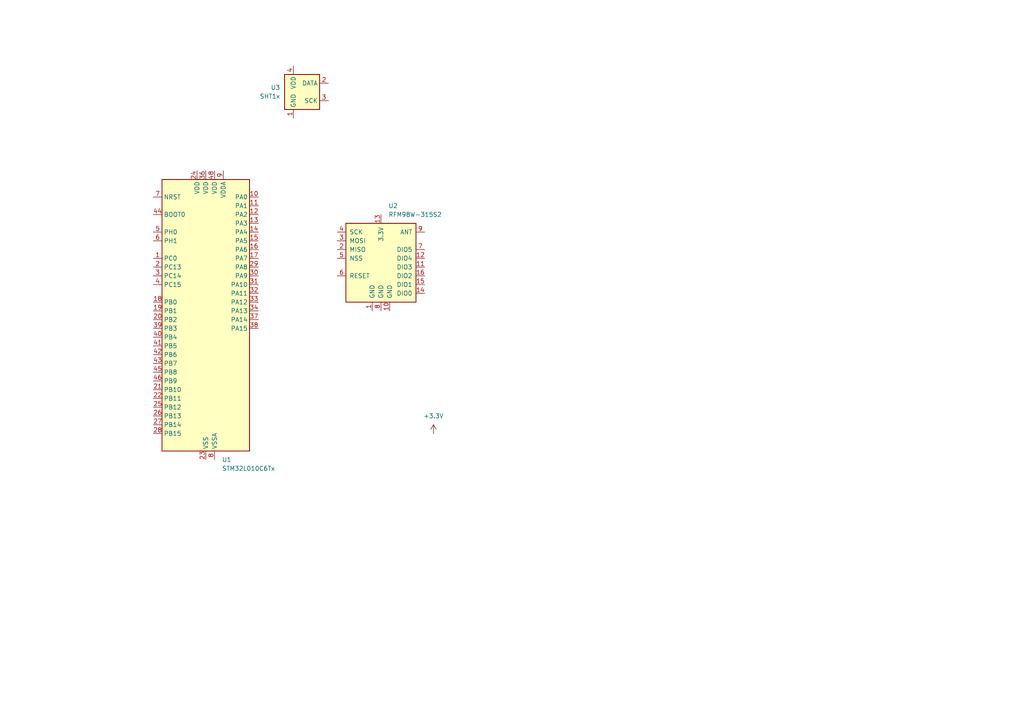
<source format=kicad_sch>
(kicad_sch (version 20250114) (generator "eeschema") (generator_version "9.0")
  (paper "A4")
  (lib_symbols
    (symbol "MCU_ST_STM32L0:STM32L010C6Tx"
      (property "Reference" "U" (at -12.7 41.91 0))
      (property "Value" "STM32L010C6Tx" (at 7.62 41.91 0))
      (symbol "STM32L010C6Tx_0_1"
        (rectangle (start -12.7 -38.1) (end 12.7 40.64) (stroke (width 0.254)) (fill (type background)))
      )
      (symbol "STM32L010C6Tx_1_1"
        (pin input line (at -15.24 35.56 0) (length 2.54) (name "NRST") (number "7"))
        (pin input line (at -15.24 30.48 0) (length 2.54) (name "BOOT0") (number "44"))
        (pin bidirectional line (at -15.24 25.4 0) (length 2.54) (name "PH0") (number "5"))
        (pin bidirectional line (at -15.24 22.86 0) (length 2.54) (name "PH1") (number "6"))
        (pin bidirectional line (at -15.24 17.78 0) (length 2.54) (name "PC0") (number "1"))
        (pin bidirectional line (at -15.24 15.24 0) (length 2.54) (name "PC13") (number "2"))
        (pin bidirectional line (at -15.24 12.7 0) (length 2.54) (name "PC14") (number "3"))
        (pin bidirectional line (at -15.24 10.16 0) (length 2.54) (name "PC15") (number "4"))
        (pin bidirectional line (at -15.24 5.08 0) (length 2.54) (name "PB0") (number "18"))
        (pin bidirectional line (at -15.24 2.54 0) (length 2.54) (name "PB1") (number "19"))
        (pin bidirectional line (at -15.24 0 0) (length 2.54) (name "PB2") (number "20"))
        (pin bidirectional line (at -15.24 -2.54 0) (length 2.54) (name "PB3") (number "39"))
        (pin bidirectional line (at -15.24 -5.08 0) (length 2.54) (name "PB4") (number "40"))
        (pin bidirectional line (at -15.24 -7.62 0) (length 2.54) (name "PB5") (number "41"))
        (pin bidirectional line (at -15.24 -10.16 0) (length 2.54) (name "PB6") (number "42"))
        (pin bidirectional line (at -15.24 -12.7 0) (length 2.54) (name "PB7") (number "43"))
        (pin bidirectional line (at -15.24 -15.24 0) (length 2.54) (name "PB8") (number "45"))
        (pin bidirectional line (at -15.24 -17.78 0) (length 2.54) (name "PB9") (number "46"))
        (pin bidirectional line (at -15.24 -20.32 0) (length 2.54) (name "PB10") (number "21"))
        (pin bidirectional line (at -15.24 -22.86 0) (length 2.54) (name "PB11") (number "22"))
        (pin bidirectional line (at -15.24 -25.4 0) (length 2.54) (name "PB12") (number "25"))
        (pin bidirectional line (at -15.24 -27.94 0) (length 2.54) (name "PB13") (number "26"))
        (pin bidirectional line (at -15.24 -30.48 0) (length 2.54) (name "PB14") (number "27"))
        (pin bidirectional line (at -15.24 -33.02 0) (length 2.54) (name "PB15") (number "28"))
        (pin power_in line (at -2.54 43.18 270) (length 2.54) (name "VDD") (number "24"))
        (pin power_in line (at 0 43.18 270) (length 2.54) (name "VDD") (number "36"))
        (pin power_in line (at 0 -40.64 90) (length 2.54) (name "VSS") (number "23"))
        (pin passive line (at 0 -40.64 90) (length 2.54) (hide yes) (name "VSS") (number "35"))
        (pin passive line (at 0 -40.64 90) (length 2.54) (hide yes) (name "VSS") (number "47"))
        (pin power_in line (at 2.54 43.18 270) (length 2.54) (name "VDD") (number "48"))
        (pin power_in line (at 2.54 -40.64 90) (length 2.54) (name "VSSA") (number "8"))
        (pin power_in line (at 5.08 43.18 270) (length 2.54) (name "VDDA") (number "9"))
        (pin bidirectional line (at 15.24 35.56 180) (length 2.54) (name "PA0") (number "10"))
        (pin bidirectional line (at 15.24 33.02 180) (length 2.54) (name "PA1") (number "11"))
        (pin bidirectional line (at 15.24 30.48 180) (length 2.54) (name "PA2") (number "12"))
        (pin bidirectional line (at 15.24 27.94 180) (length 2.54) (name "PA3") (number "13"))
        (pin bidirectional line (at 15.24 25.4 180) (length 2.54) (name "PA4") (number "14"))
        (pin bidirectional line (at 15.24 22.86 180) (length 2.54) (name "PA5") (number "15"))
        (pin bidirectional line (at 15.24 20.32 180) (length 2.54) (name "PA6") (number "16"))
        (pin bidirectional line (at 15.24 17.78 180) (length 2.54) (name "PA7") (number "17"))
        (pin bidirectional line (at 15.24 15.24 180) (length 2.54) (name "PA8") (number "29"))
        (pin bidirectional line (at 15.24 12.7 180) (length 2.54) (name "PA9") (number "30"))
        (pin bidirectional line (at 15.24 10.16 180) (length 2.54) (name "PA10") (number "31"))
        (pin bidirectional line (at 15.24 7.62 180) (length 2.54) (name "PA11") (number "32"))
        (pin bidirectional line (at 15.24 5.08 180) (length 2.54) (name "PA12") (number "33"))
        (pin bidirectional line (at 15.24 2.54 180) (length 2.54) (name "PA13") (number "34"))
        (pin bidirectional line (at 15.24 0 180) (length 2.54) (name "PA14") (number "37"))
        (pin bidirectional line (at 15.24 -2.54 180) (length 2.54) (name "PA15") (number "38"))
      )
    )
    (symbol "RF_Module:RFM98W-315S2" (pin_names (offset 1.016))
      (property "Reference" "U" (at -10.414 11.684 0))
      (property "Value" "RFM98W-315S2" (at 1.524 11.43 0))
      (symbol "RFM98W-315S2_0_1"
        (rectangle (start -10.16 10.16) (end 10.16 -12.7) (stroke (width 0.254)) (fill (type background)))
      )
      (symbol "RFM98W-315S2_1_1"
        (pin input line (at -12.7 7.62 0) (length 2.54) (name "SCK") (number "4"))
        (pin input line (at -12.7 5.08 0) (length 2.54) (name "MOSI") (number "3"))
        (pin output line (at -12.7 2.54 0) (length 2.54) (name "MISO") (number "2"))
        (pin input line (at -12.7 0 0) (length 2.54) (name "NSS") (number "5"))
        (pin bidirectional line (at -12.7 -5.08 0) (length 2.54) (name "RESET") (number "6"))
        (pin power_in line (at -2.54 -15.24 90) (length 2.54) (name "GND") (number "1"))
        (pin power_in line (at 0 12.7 270) (length 2.54) (name "3.3V") (number "13"))
        (pin power_in line (at 0 -15.24 90) (length 2.54) (name "GND") (number "8"))
        (pin power_in line (at 2.54 -15.24 90) (length 2.54) (name "GND") (number "10"))
        (pin bidirectional line (at 12.7 7.62 180) (length 2.54) (name "ANT") (number "9"))
        (pin bidirectional line (at 12.7 2.54 180) (length 2.54) (name "DIO5") (number "7"))
        (pin bidirectional line (at 12.7 0 180) (length 2.54) (name "DIO4") (number "12"))
        (pin bidirectional line (at 12.7 -2.54 180) (length 2.54) (name "DIO3") (number "11"))
        (pin bidirectional line (at 12.7 -5.08 180) (length 2.54) (name "DIO2") (number "16"))
        (pin bidirectional line (at 12.7 -7.62 180) (length 2.54) (name "DIO1") (number "15"))
        (pin bidirectional line (at 12.7 -10.16 180) (length 2.54) (name "DIO0") (number "14"))
      )
    )
    (symbol "Sensor:SHT1x"
      (property "Reference" "U" (at 3.81 6.35 0))
      (property "Value" "SHT1x" (at 2.54 -6.35 0))
      (symbol "SHT1x_0_1"
        (rectangle (start -5.08 5.08) (end 5.08 -5.08) (stroke (width 0.254)) (fill (type background)))
      )
      (symbol "SHT1x_1_1"
        (pin power_in line (at -2.54 7.62 270) (length 2.54) (name "VDD") (number "4"))
        (pin power_in line (at -2.54 -7.62 90) (length 2.54) (name "GND") (number "1"))
        (pin bidirectional line (at 7.62 2.54 180) (length 2.54) (name "DATA") (number "2"))
        (pin input line (at 7.62 -2.54 180) (length 2.54) (name "SCK") (number "3"))
      )
    )
    (symbol "power:+3.3V" (power) (pin_numbers (hide yes)) (pin_names (offset 0) (hide yes))
      (property "Value" "+3.3V" (at 0 3.556 0))
      (symbol "+3.3V_0_1"
        (polyline (pts (xy -0.762 1.27) (xy 0 2.54)))
        (polyline (pts (xy 0 2.54) (xy 0.762 1.27)))
        (polyline (pts (xy 0 0) (xy 0 2.54)))
      )
      (symbol "+3.3V_1_1"
        (pin power_in line (at 0 0 90) (length 0) (name "~") (number "1"))
      )
    )
  )
  (symbol (lib_id "power:+3.3V") (at 125.73 125.73 0) (unit 1)
    (property "Reference" "#PWR01" (effects (hide yes)))
    (property "Value" "+3.3V" (at 125.73 120.65 0))
    (property "Description" "Power symbol creates a global label with name \"+3.3V\"" (effects (hide yes)))
  )
  (symbol (lib_id "Sensor:SHT1x") (at 87.63 26.67 0) (unit 1)
    (property "Reference" "U3" (at 81.28 25.3999 0) (effects (justify right)))
    (property "Value" "SHT1x" (at 81.28 27.9399 0) (effects (justify right)))
    (property "Footprint" "Sensor:SHT1x" (effects (hide yes)))
    (property "Datasheet" "https://www.sensirion.com/fileadmin/user_upload/customers/sensirion/Dokumente/0_Datasheets/Humidity/Sensirion_Humidity_Sensors_SHT1x_Datasheet.pdf" (effects (hide yes)))
    (property "Description" "Temperature and humidity module" (effects (hide yes)))
  )
  (symbol (lib_id "RF_Module:RFM98W-315S2") (at 110.49 74.93 0) (unit 1)
    (property "Reference" "U2" (at 112.6333 59.69 0) (effects (justify left)))
    (property "Value" "RFM98W-315S2" (at 112.6333 62.23 0) (effects (justify left)))
    (property "Datasheet" "https://www.hoperf.com/data/upload/portal/20181127/5bfcdb5e17543.pdf" (effects (hide yes)))
    (property "Description" "Low power long range transceiver module, SPI and parallel interface, 315 MHz, spreading factor 6 to12, bandwidth 7.8 to 500kHz, -111 to -148 dBm, SMD-16, DIP-16" (effects (hide yes)))
  )
  (symbol (lib_id "MCU_ST_STM32L0:STM32L010C6Tx") (at 59.69 92.71 0) (unit 1)
    (property "Reference" "U1" (at 64.3733 133.35 0) (effects (justify left)))
    (property "Value" "STM32L010C6Tx" (at 64.3733 135.89 0) (effects (justify left)))
    (property "Footprint" "Package_QFP:LQFP-48_7x7mm_P0.5mm" (effects (hide yes)))
    (property "Datasheet" "https://www.st.com/resource/en/datasheet/stm32l010c6.pdf" (effects (hide yes)))
    (property "Description" "STMicroelectronics Arm Cortex-M0+ MCU, 32KB flash, 8KB RAM, 32 MHz, 1.8-3.6V, 38 GPIO, LQFP48" (effects (hide yes)))
  )
)
</source>
